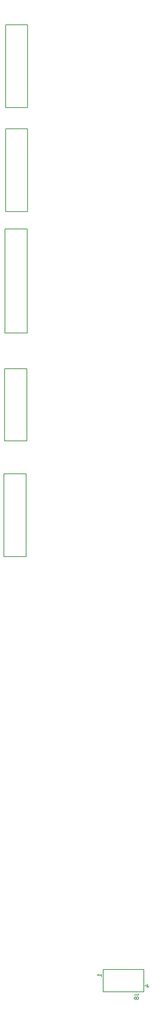
<source format=gbo>
G04 #@! TF.GenerationSoftware,KiCad,Pcbnew,5.1.5-52549c5~84~ubuntu18.04.1*
G04 #@! TF.CreationDate,2020-02-28T12:30:24-05:00*
G04 #@! TF.ProjectId,BMS_peripheral_v2,424d535f-7065-4726-9970-686572616c5f,rev?*
G04 #@! TF.SameCoordinates,Original*
G04 #@! TF.FileFunction,Legend,Bot*
G04 #@! TF.FilePolarity,Positive*
%FSLAX46Y46*%
G04 Gerber Fmt 4.6, Leading zero omitted, Abs format (unit mm)*
G04 Created by KiCad (PCBNEW 5.1.5-52549c5~84~ubuntu18.04.1) date 2020-02-28 12:30:24*
%MOMM*%
%LPD*%
G04 APERTURE LIST*
%ADD10C,0.150000*%
G04 APERTURE END LIST*
D10*
X182008000Y-219348000D02*
X182008000Y-194418000D01*
X187308000Y-219348000D02*
X187308000Y-194418000D01*
X187308000Y-194418000D02*
X182008000Y-194418000D01*
X187308000Y-219348000D02*
X182008000Y-219348000D01*
X181957200Y-245205200D02*
X181957200Y-227895200D01*
X187257200Y-245205200D02*
X187257200Y-227895200D01*
X187257200Y-227895200D02*
X181957200Y-227895200D01*
X187257200Y-245205200D02*
X181957200Y-245205200D01*
X182160400Y-165449200D02*
X182160400Y-145599200D01*
X187460400Y-165449200D02*
X187460400Y-145599200D01*
X187460400Y-145599200D02*
X182160400Y-145599200D01*
X187460400Y-165449200D02*
X182160400Y-165449200D01*
X181779400Y-272891200D02*
X181779400Y-253041200D01*
X187079400Y-272891200D02*
X187079400Y-253041200D01*
X187079400Y-253041200D02*
X181779400Y-253041200D01*
X187079400Y-272891200D02*
X181779400Y-272891200D01*
X182160400Y-190341200D02*
X182160400Y-170491200D01*
X187460400Y-190341200D02*
X187460400Y-170491200D01*
X187460400Y-170491200D02*
X182160400Y-170491200D01*
X187460400Y-190341200D02*
X182160400Y-190341200D01*
X215258600Y-376969800D02*
X205568600Y-376969800D01*
X215258600Y-371669800D02*
X205568600Y-371669800D01*
X205568600Y-371669800D02*
X205568600Y-376969800D01*
X215258600Y-371669800D02*
X215258600Y-376969800D01*
X213040980Y-377796466D02*
X213755266Y-377796466D01*
X213898123Y-377748847D01*
X213993361Y-377653609D01*
X214040980Y-377510752D01*
X214040980Y-377415514D01*
X213469552Y-378415514D02*
X213421933Y-378320276D01*
X213374314Y-378272657D01*
X213279076Y-378225038D01*
X213231457Y-378225038D01*
X213136219Y-378272657D01*
X213088600Y-378320276D01*
X213040980Y-378415514D01*
X213040980Y-378605990D01*
X213088600Y-378701228D01*
X213136219Y-378748847D01*
X213231457Y-378796466D01*
X213279076Y-378796466D01*
X213374314Y-378748847D01*
X213421933Y-378701228D01*
X213469552Y-378605990D01*
X213469552Y-378415514D01*
X213517171Y-378320276D01*
X213564790Y-378272657D01*
X213660028Y-378225038D01*
X213850504Y-378225038D01*
X213945742Y-378272657D01*
X213993361Y-378320276D01*
X214040980Y-378415514D01*
X214040980Y-378605990D01*
X213993361Y-378701228D01*
X213945742Y-378748847D01*
X213850504Y-378796466D01*
X213660028Y-378796466D01*
X213564790Y-378748847D01*
X213517171Y-378701228D01*
X213469552Y-378605990D01*
X205150980Y-373335514D02*
X205150980Y-372764085D01*
X205150980Y-373049800D02*
X204150980Y-373049800D01*
X204293838Y-372954561D01*
X204389076Y-372859323D01*
X204436695Y-372764085D01*
X215914314Y-375780276D02*
X216580980Y-375780276D01*
X215533361Y-375542180D02*
X216247647Y-375304085D01*
X216247647Y-375923133D01*
M02*

</source>
